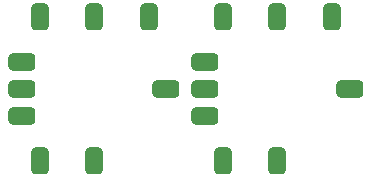
<source format=gbr>
%TF.GenerationSoftware,KiCad,Pcbnew,8.0.3*%
%TF.CreationDate,2024-11-12T17:49:29+09:00*%
%TF.ProjectId,Power-20240325,506f7765-722d-4323-9032-34303332352e,rev?*%
%TF.SameCoordinates,Original*%
%TF.FileFunction,Paste,Top*%
%TF.FilePolarity,Positive*%
%FSLAX46Y46*%
G04 Gerber Fmt 4.6, Leading zero omitted, Abs format (unit mm)*
G04 Created by KiCad (PCBNEW 8.0.3) date 2024-11-12 17:49:29*
%MOMM*%
%LPD*%
G01*
G04 APERTURE LIST*
G04 Aperture macros list*
%AMRoundRect*
0 Rectangle with rounded corners*
0 $1 Rounding radius*
0 $2 $3 $4 $5 $6 $7 $8 $9 X,Y pos of 4 corners*
0 Add a 4 corners polygon primitive as box body*
4,1,4,$2,$3,$4,$5,$6,$7,$8,$9,$2,$3,0*
0 Add four circle primitives for the rounded corners*
1,1,$1+$1,$2,$3*
1,1,$1+$1,$4,$5*
1,1,$1+$1,$6,$7*
1,1,$1+$1,$8,$9*
0 Add four rect primitives between the rounded corners*
20,1,$1+$1,$2,$3,$4,$5,0*
20,1,$1+$1,$4,$5,$6,$7,0*
20,1,$1+$1,$6,$7,$8,$9,0*
20,1,$1+$1,$8,$9,$2,$3,0*%
G04 Aperture macros list end*
%ADD10RoundRect,0.381000X-0.381000X0.762000X-0.381000X-0.762000X0.381000X-0.762000X0.381000X0.762000X0*%
%ADD11RoundRect,0.381000X0.762000X0.381000X-0.762000X0.381000X-0.762000X-0.381000X0.762000X-0.381000X0*%
G04 APERTURE END LIST*
D10*
%TO.C,U1*%
X-19000001Y-39850000D03*
X-23580001Y-39850000D03*
D11*
X-25100001Y-36040000D03*
X-25100001Y-33750000D03*
X-25100001Y-31460000D03*
D10*
X-23580001Y-27650000D03*
X-19000001Y-27650000D03*
X-14420001Y-27650000D03*
D11*
X-12900001Y-33750000D03*
%TD*%
D10*
%TO.C,U2*%
X-3500001Y-39850000D03*
X-8080001Y-39850000D03*
D11*
X-9600001Y-36040000D03*
X-9600001Y-33750000D03*
X-9600001Y-31460000D03*
D10*
X-8080001Y-27650000D03*
X-3500001Y-27650000D03*
X1079999Y-27650000D03*
D11*
X2599999Y-33750000D03*
%TD*%
M02*

</source>
